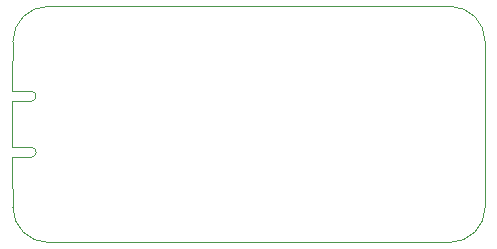
<source format=gbr>
%TF.GenerationSoftware,KiCad,Pcbnew,(6.0.0-0)*%
%TF.CreationDate,2022-08-17T15:30:41+02:00*%
%TF.ProjectId,bq24072_pmic_board,62713234-3037-4325-9f70-6d69635f626f,rev?*%
%TF.SameCoordinates,Original*%
%TF.FileFunction,Profile,NP*%
%FSLAX46Y46*%
G04 Gerber Fmt 4.6, Leading zero omitted, Abs format (unit mm)*
G04 Created by KiCad (PCBNEW (6.0.0-0)) date 2022-08-17 15:30:41*
%MOMM*%
%LPD*%
G01*
G04 APERTURE LIST*
%TA.AperFunction,Profile*%
%ADD10C,0.100000*%
%TD*%
G04 APERTURE END LIST*
D10*
X162000000Y-100000000D02*
G75*
G03*
X165000000Y-97000000I-1J3000001D01*
G01*
X165000000Y-83000000D02*
X165000000Y-97000000D01*
X128000000Y-80000000D02*
G75*
G03*
X125000000Y-83000000I1J-3000001D01*
G01*
X162000000Y-100000000D02*
X128000000Y-100000000D01*
X124970000Y-86250000D02*
X125000000Y-83000000D01*
X128000000Y-80000000D02*
X162000000Y-80000000D01*
X125000000Y-97000000D02*
X124970000Y-93750000D01*
X165000000Y-83000000D02*
G75*
G03*
X162000000Y-80000000I-3000001J-1D01*
G01*
X125000000Y-97000000D02*
G75*
G03*
X128000000Y-100000000I3000001J1D01*
G01*
%TO.C,J101*%
X124970000Y-86250000D02*
X124970000Y-87200000D01*
X124970000Y-88050000D02*
X124970000Y-91950000D01*
X124970000Y-92800000D02*
X124970000Y-93750000D01*
X126545000Y-87200000D02*
X124970000Y-87200000D01*
X126545000Y-92800000D02*
X124970000Y-92800000D01*
X126545000Y-88050000D02*
X124970000Y-88050000D01*
X126545000Y-91950000D02*
X124970000Y-91950000D01*
X126545000Y-92800000D02*
G75*
G03*
X126545000Y-91950000I0J425000D01*
G01*
X126545000Y-88050000D02*
G75*
G03*
X126545000Y-87200000I0J425000D01*
G01*
%TD*%
M02*

</source>
